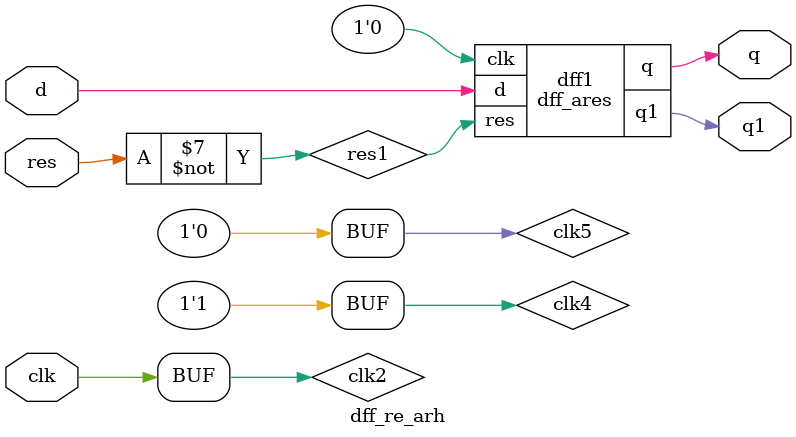
<source format=v>
module dff_ares(output q, q1, input d, clk, res);
  wire a, b;
  nand(a, d, clk);
  nand(b, a, clk);
  nand(q, a, q1);
  nand(q1, b, q, res);
endmodule

module dff_re_arh(output q, q1, input d, clk, res);
  wire a, b, clk1, clk2, clk3, clk4, clk5, res1;
  nand(clk1, clk);
  nand(clk2, clk1);
  nand(clk3, clk2);
  nand(clk4, clk, clk3);
  nand(clk5, clk4);
  nand(res1, res);
  dff_ares dff1(q, q1, d, clk5, res1);
endmodule
</source>
